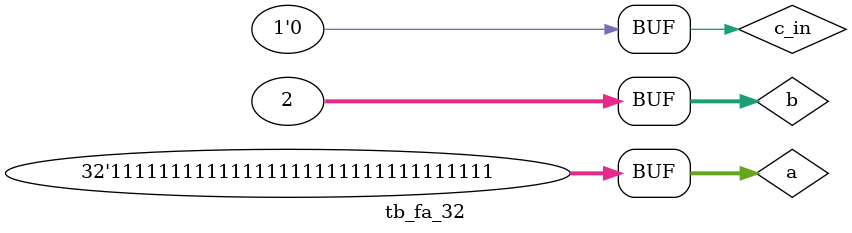
<source format=v>
`timescale 1ns / 1ps
module tb_fa_32();
    integer a;
    integer b;
    reg c_in;
    
    wire [31:0]s;
    wire c_out;
    
    fa_32 fa_32_0(a, b, c_in, s, c_out);
    
    initial begin
        $monitor("a=%d, b=%d, c_in=%1b, s=%d, c_out=%1b", a, b, c_in, s, c_out);
        c_in = 1'b0;
        
        a = 256;
        b = 256;
        #200;
        
        a = 4;
        b = 35;
        #200;
        
        a = ~(0);
        b = 2;
        #200;
     end
endmodule
        


</source>
